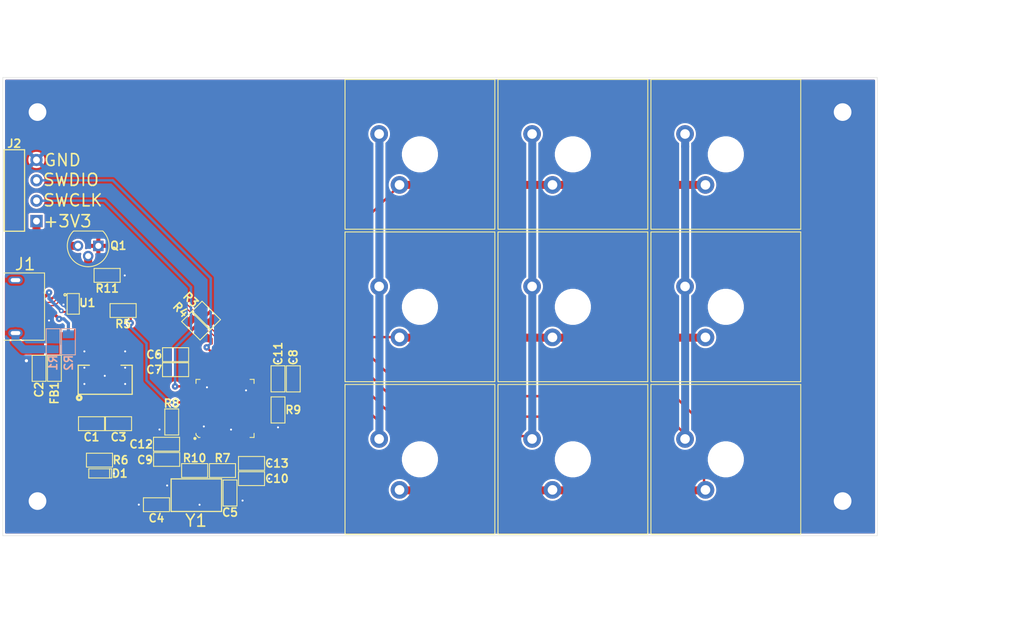
<source format=kicad_pcb>
(kicad_pcb (version 20171130) (host pcbnew "(5.1.4)-1")
  (layers (0 F.Cu signal) (31 B.Cu signal) (34 B.Paste user) (35 F.Paste user) (36 B.SilkS user) (37 F.SilkS user) (38 B.Mask user hide) (39 F.Mask user) (44 Edge.Cuts user))
  (net 0 "")
  (net 1 +5V)
  (net 2 GND)
  (net 3 /OSC_IN)
  (net 4 "Net-(C5-Pad2)")
  (net 5 "Net-(D1-Pad1)")
  (net 6 SWCLK)
  (net 7 /OSC_OUT)
  (net 8 PA8_OUT)
  (net 9 PB13_IN)
  (net 10 PB14_IN)
  (net 11 PB15_IN)
  (net 12 PA9_OUT)
  (net 13 PA10_OUT)
  (net 14 "Net-(U3-Pad1)")
  (net 15 "Net-(U3-Pad2)")
  (net 16 "Net-(U3-Pad3)")
  (net 17 "Net-(U3-Pad4)")
  (net 18 "Net-(U3-Pad7)")
  (net 19 "Net-(U3-Pad10)")
  (net 20 "Net-(U3-Pad11)")
  (net 21 "Net-(U3-Pad12)")
  (net 22 "Net-(U3-Pad13)")
  (net 23 "Net-(U3-Pad14)")
  (net 24 "Net-(U3-Pad15)")
  (net 25 "Net-(U3-Pad16)")
  (net 26 "Net-(U3-Pad17)")
  (net 27 "Net-(U3-Pad18)")
  (net 28 "Net-(U3-Pad19)")
  (net 29 "Net-(U3-Pad21)")
  (net 30 "Net-(U3-Pad22)")
  (net 31 "Net-(U3-Pad25)")
  (net 32 "Net-(U3-Pad38)")
  (net 33 "Net-(U3-Pad39)")
  (net 34 "Net-(U3-Pad40)")
  (net 35 "Net-(U3-Pad42)")
  (net 36 "Net-(U3-Pad43)")
  (net 37 "Net-(U3-Pad45)")
  (net 38 "Net-(U3-Pad46)")
  (net 39 /BOOT0)
  (net 40 /BOOT1)
  (net 41 /TVS_FB)
  (net 42 /22R_D+)
  (net 43 USBD+)
  (net 44 /22R_D-)
  (net 45 USBD-)
  (net 46 "Net-(J1-PadS1)")
  (net 47 USBDP_PUP)
  (net 48 VDDA)
  (net 49 /USB_ID)
  (net 50 SWDIO)
  (net 51 /PNP_E)
  (net 52 /PNP_B)
  (net 53 "Net-(U1-Pad7)")
  (net 54 "Net-(U1-Pad4)")
  (module Keypad:R0805 (layer F.Cu) (at 102.235 91.0844 180)
    (fp_text reference R11 (at -0.01016 -1.6256) (layer F.SilkS) (effects (font (thickness 0.2))))
    (fp_text value RC0805FR-07560RL)
    (pad 1 smd rect (at -0.9375 0 180) (size 0.975 1.4) (layers F.Cu F.Paste F.Mask) (net 2 GND))
    (pad 2 smd rect (at 0.9375 0 180) (size 0.975 1.4) (layers F.Cu F.Paste F.Mask) (net 52 /PNP_B))
  )
  (module Keypad:TO-92 (layer F.Cu) (at 99.8728 87.4014 180)
    (fp_text reference Q1 (at -3.7592 0.0254) (layer F.SilkS) (effects (font (thickness 0.2))))
    (fp_text value BC32725TA)
    (pad 2 thru_hole circle (at 0 -1.27 270) (size 1.3 1.3) (drill 0.75) (layers *.Cu *.Mask) (net 52 /PNP_B) (clearance 0.1))
    (pad 3 thru_hole circle (at 1.27 0 270) (size 1.3 1.3) (drill 0.75) (layers *.Cu *.Mask) (net 51 /PNP_E) (clearance 0.1))
    (pad 1 thru_hole rect (at -1.27 0 270) (size 1.3 1.3) (drill 0.75) (layers *.Cu *.Mask) (net 48 VDDA) (clearance 0.1))
  )
  (module Keypad:R0805 (layer F.Cu) (at 104.2289 95.4659)
    (fp_text reference R5 (at -0.00254 1.67894) (layer F.SilkS) (effects (font (thickness 0.2))))
    (fp_text value CRG0805F1K5)
    (pad 1 smd rect (at -0.9375 0) (size 0.975 1.4) (layers F.Cu F.Paste F.Mask) (net 42 /22R_D+))
    (pad 2 smd rect (at 0.9375 0) (size 0.975 1.4) (layers F.Cu F.Paste F.Mask) (net 47 USBDP_PUP))
  )
  (module Keypad:R0805 (layer B.Cu) (at 97.409 99.3648 270)
    (fp_text reference R2 (at 2.6162 -0.0254 270) (layer B.SilkS) (effects (font (thickness 0.2)) (justify mirror)))
    (fp_text value RC0805JR-070RL)
    (pad 1 smd rect (at -0.9375 0 270) (size 0.975 1.4) (layers B.Cu B.Paste B.Mask) (net 49 /USB_ID))
    (pad 2 smd rect (at 0.9375 0 270) (size 0.975 1.4) (layers B.Cu B.Paste B.Mask) (net 2 GND))
  )
  (module Keypad:R0805 (layer B.Cu) (at 95.504 99.3648 90)
    (fp_text reference R1 (at -2.6162 0 90) (layer B.SilkS) (effects (font (thickness 0.2)) (justify mirror)))
    (fp_text value RC0805JR-070RL)
    (pad 1 smd rect (at -0.9375 0 90) (size 0.975 1.4) (layers B.Cu B.Paste B.Mask) (net 46 "Net-(J1-PadS1)"))
    (pad 2 smd rect (at 0.9375 0 90) (size 0.975 1.4) (layers B.Cu B.Paste B.Mask) (net 2 GND))
  )
  (module Keypad:HDR_MALE_RA_2.54MM_1X4 (layer F.Cu) (at 93.3069 80.49514 90)
    (fp_text reference J2 (at 5.8547 -2.64414 180) (layer F.SilkS) (effects (font (thickness 0.2))))
    (fp_text value M20-9750446)
    (pad 3 thru_hole circle (at 1.27 0.127 90) (size 1.524 1.524) (drill 0.85) (layers *.Cu *.Mask) (net 50 SWDIO))
    (pad 4 thru_hole circle (at 3.81 0.127 90) (size 1.524 1.524) (drill 0.85) (layers *.Cu *.Mask) (net 2 GND))
    (pad 2 thru_hole circle (at -1.27 0.127 90) (size 1.524 1.524) (drill 0.85) (layers *.Cu *.Mask) (net 6 SWCLK))
    (pad 1 thru_hole rect (at -3.81 0.127 90) (size 1.524 1.524) (drill 0.85) (layers *.Cu *.Mask) (net 51 /PNP_E))
  )
  (module Keypad:C0805 (layer F.Cu) (at 120.2309 114.53114)
    (fp_text reference C13 (at 3.1623 -0.00254) (layer F.SilkS) (effects (font (thickness 0.2))))
    (fp_text value C2012X7R1H104K085AA)
    (pad 1 smd rect (at -0.9375 0) (size 0.975 1.4) (layers F.Cu F.Paste F.Mask) (net 48 VDDA))
    (pad 2 smd rect (at 0.9375 0) (size 0.975 1.4) (layers F.Cu F.Paste F.Mask) (net 2 GND))
  )
  (module Keypad:C0805 (layer F.Cu) (at 109.6391 112.141 180)
    (fp_text reference C12 (at 3.1623 0) (layer F.SilkS) (effects (font (thickness 0.2))))
    (fp_text value C2012X7R1H104K085AA)
    (pad 1 smd rect (at -0.9375 0 180) (size 0.975 1.4) (layers F.Cu F.Paste F.Mask) (net 48 VDDA))
    (pad 2 smd rect (at 0.9375 0 180) (size 0.975 1.4) (layers F.Cu F.Paste F.Mask) (net 2 GND))
  )
  (module Keypad:C0805 (layer F.Cu) (at 123.53036 103.98506 90)
    (fp_text reference C11 (at 3.14706 0.01524 90) (layer F.SilkS) (effects (font (thickness 0.2))))
    (fp_text value C2012X7R1H104K085AA)
    (pad 1 smd rect (at -0.9375 0 90) (size 0.975 1.4) (layers F.Cu F.Paste F.Mask) (net 48 VDDA))
    (pad 2 smd rect (at 0.9375 0 90) (size 0.975 1.4) (layers F.Cu F.Paste F.Mask) (net 2 GND))
  )
  (module Keypad:C0805 (layer F.Cu) (at 120.22836 116.4336)
    (fp_text reference C10 (at 3.16484 0) (layer F.SilkS) (effects (font (thickness 0.2))))
    (fp_text value CGA4J3X7R1E105K125AB)
    (pad 1 smd rect (at -0.9375 0) (size 0.975 1.4) (layers F.Cu F.Paste F.Mask) (net 48 VDDA))
    (pad 2 smd rect (at 0.9375 0) (size 0.975 1.4) (layers F.Cu F.Paste F.Mask) (net 2 GND))
  )
  (module Keypad:C0805 (layer F.Cu) (at 109.6518 114.03584 180)
    (fp_text reference C9 (at 2.6924 -0.06096) (layer F.SilkS) (effects (font (thickness 0.2))))
    (fp_text value CGA4J3X7R1E105K125AB)
    (pad 1 smd rect (at -0.9375 0 180) (size 0.975 1.4) (layers F.Cu F.Paste F.Mask) (net 48 VDDA))
    (pad 2 smd rect (at 0.9375 0 180) (size 0.975 1.4) (layers F.Cu F.Paste F.Mask) (net 2 GND))
  )
  (module Keypad:C0805 (layer F.Cu) (at 125.43536 103.9876 90)
    (fp_text reference C8 (at 2.6924 0 90) (layer F.SilkS) (effects (font (thickness 0.2))))
    (fp_text value CGA4J3X7R1E105K125AB)
    (pad 1 smd rect (at -0.9375 0 90) (size 0.975 1.4) (layers F.Cu F.Paste F.Mask) (net 48 VDDA))
    (pad 2 smd rect (at 0.9375 0 90) (size 0.975 1.4) (layers F.Cu F.Paste F.Mask) (net 2 GND))
  )
  (module Keypad:R0805 (layer F.Cu) (at 113.1443 115.42014)
    (fp_text reference R10 (at -0.0127 -1.55194 180) (layer F.SilkS) (effects (font (thickness 0.2))))
    (fp_text value RC0805FR-071ML)
    (pad 1 smd rect (at -0.9375 0) (size 0.975 1.4) (layers F.Cu F.Paste F.Mask) (net 3 /OSC_IN))
    (pad 2 smd rect (at 0.9375 0) (size 0.975 1.4) (layers F.Cu F.Paste F.Mask) (net 7 /OSC_OUT))
  )
  (module Keypad:C0805 (layer F.Cu) (at 110.76686 102.8446 180)
    (fp_text reference C7 (at 2.66446 0) (layer F.SilkS) (effects (font (thickness 0.2))))
    (fp_text value C2012X7R1H104K085AA)
    (pad 1 smd rect (at -0.9375 0 180) (size 0.975 1.4) (layers F.Cu F.Paste F.Mask) (net 48 VDDA))
    (pad 2 smd rect (at 0.9375 0 180) (size 0.975 1.4) (layers F.Cu F.Paste F.Mask) (net 2 GND))
  )
  (module Keypad:C0805 (layer F.Cu) (at 110.7694 100.96754 180)
    (fp_text reference C6 (at 2.667 0.00254) (layer F.SilkS) (effects (font (thickness 0.2))))
    (fp_text value CGA4J3X7R1E105K125AB)
    (pad 1 smd rect (at -0.9375 0 180) (size 0.975 1.4) (layers F.Cu F.Paste F.Mask) (net 48 VDDA))
    (pad 2 smd rect (at 0.9375 0 180) (size 0.975 1.4) (layers F.Cu F.Paste F.Mask) (net 2 GND))
  )
  (module Keypad:NX8045GB-8.000000MHZ (layer F.Cu) (at 113.3221 118.49354 180)
    (fp_text reference Y1 (at 0 -3.17246 180) (layer F.SilkS) (effects (font (size 1.5 1.5) (thickness 0.2))))
    (fp_text value ABM3B-8.000MHZ-10-D-1-G-T)
    (pad 4 smd rect (at -2.032 -1.1935 180) (size 1.8 1.2) (layers F.Cu F.Paste F.Mask) (net 2 GND))
    (pad 3 smd rect (at 1.968 -1.1935 180) (size 1.8 1.2) (layers F.Cu F.Paste F.Mask) (net 3 /OSC_IN))
    (pad 2 smd rect (at 1.968 1.2065 180) (size 1.8 1.2) (layers F.Cu F.Paste F.Mask) (net 2 GND))
    (pad 1 smd rect (at -2.032 1.2065 180) (size 1.8 1.2) (layers F.Cu F.Paste F.Mask) (net 4 "Net-(C5-Pad2)"))
  )
  (module Keypad:LQFP-48_STM32F103 (layer F.Cu) (at 116.9289 107.67314 90)
    (fp_text reference U3 hide)
    (fp_text value STM32F103C8T6TR)
    (pad 48 smd rect (at -2.75 -4.353 90) (size 0.3 2) (layers F.Cu F.Paste F.Mask) (net 48 VDDA))
    (pad 47 smd rect (at -2.25 -4.353 90) (size 0.3 2) (layers F.Cu F.Paste F.Mask) (net 2 GND))
    (pad 46 smd rect (at -1.75 -4.353 90) (size 0.3 2) (layers F.Cu F.Paste F.Mask) (net 38 "Net-(U3-Pad46)"))
    (pad 45 smd rect (at -1.25 -4.353 90) (size 0.3 2) (layers F.Cu F.Paste F.Mask) (net 37 "Net-(U3-Pad45)"))
    (pad 44 smd rect (at -0.75 -4.353 90) (size 0.3 2) (layers F.Cu F.Paste F.Mask) (net 39 /BOOT0))
    (pad 43 smd rect (at -0.25 -4.353 90) (size 0.3 2) (layers F.Cu F.Paste F.Mask) (net 36 "Net-(U3-Pad43)"))
    (pad 42 smd rect (at 0.25 -4.353 90) (size 0.3 2) (layers F.Cu F.Paste F.Mask) (net 35 "Net-(U3-Pad42)"))
    (pad 41 smd rect (at 0.75 -4.353 90) (size 0.3 2) (layers F.Cu F.Paste F.Mask) (net 47 USBDP_PUP))
    (pad 40 smd rect (at 1.25 -4.353 90) (size 0.3 2) (layers F.Cu F.Paste F.Mask) (net 34 "Net-(U3-Pad40)"))
    (pad 39 smd rect (at 1.75 -4.353 90) (size 0.3 2) (layers F.Cu F.Paste F.Mask) (net 33 "Net-(U3-Pad39)"))
    (pad 38 smd rect (at 2.25 -4.353 90) (size 0.3 2) (layers F.Cu F.Paste F.Mask) (net 32 "Net-(U3-Pad38)"))
    (pad 37 smd rect (at 2.75 -4.353 90) (size 0.3 2) (layers F.Cu F.Paste F.Mask) (net 6 SWCLK))
    (pad 36 smd rect (at 4.353 -2.75 90) (size 2 0.3) (layers F.Cu F.Paste F.Mask) (net 48 VDDA))
    (pad 35 smd rect (at 4.353 -2.25 90) (size 2 0.3) (layers F.Cu F.Paste F.Mask) (net 2 GND))
    (pad 34 smd rect (at 4.353 -1.75 90) (size 2 0.3) (layers F.Cu F.Paste F.Mask) (net 50 SWDIO))
    (pad 33 smd rect (at 4.353 -1.25 90) (size 2 0.3) (layers F.Cu F.Paste F.Mask) (net 43 USBD+))
    (pad 32 smd rect (at 4.353 -0.75 90) (size 2 0.3) (layers F.Cu F.Paste F.Mask) (net 45 USBD-))
    (pad 31 smd rect (at 4.353 -0.25 90) (size 2 0.3) (layers F.Cu F.Paste F.Mask) (net 13 PA10_OUT))
    (pad 30 smd rect (at 4.353 0.25 90) (size 2 0.3) (layers F.Cu F.Paste F.Mask) (net 12 PA9_OUT))
    (pad 29 smd rect (at 4.353 0.75 90) (size 2 0.3) (layers F.Cu F.Paste F.Mask) (net 8 PA8_OUT))
    (pad 28 smd rect (at 4.353 1.25 90) (size 2 0.3) (layers F.Cu F.Paste F.Mask) (net 11 PB15_IN))
    (pad 27 smd rect (at 4.353 1.75 90) (size 2 0.3) (layers F.Cu F.Paste F.Mask) (net 10 PB14_IN))
    (pad 26 smd rect (at 4.353 2.25 90) (size 2 0.3) (layers F.Cu F.Paste F.Mask) (net 9 PB13_IN))
    (pad 25 smd rect (at 4.353 2.75 90) (size 2 0.3) (layers F.Cu F.Paste F.Mask) (net 31 "Net-(U3-Pad25)"))
    (pad 24 smd rect (at 2.75 4.353 90) (size 0.3 2) (layers F.Cu F.Paste F.Mask) (net 48 VDDA))
    (pad 23 smd rect (at 2.25 4.353 90) (size 0.3 2) (layers F.Cu F.Paste F.Mask) (net 2 GND))
    (pad 22 smd rect (at 1.75 4.353 90) (size 0.3 2) (layers F.Cu F.Paste F.Mask) (net 30 "Net-(U3-Pad22)"))
    (pad 21 smd rect (at 1.25 4.353 90) (size 0.3 2) (layers F.Cu F.Paste F.Mask) (net 29 "Net-(U3-Pad21)"))
    (pad 20 smd rect (at 0.75 4.353 90) (size 0.3 2) (layers F.Cu F.Paste F.Mask) (net 40 /BOOT1))
    (pad 19 smd rect (at 0.25 4.353 90) (size 0.3 2) (layers F.Cu F.Paste F.Mask) (net 28 "Net-(U3-Pad19)"))
    (pad 18 smd rect (at -0.25 4.353 90) (size 0.3 2) (layers F.Cu F.Paste F.Mask) (net 27 "Net-(U3-Pad18)"))
    (pad 17 smd rect (at -0.75 4.353 90) (size 0.3 2) (layers F.Cu F.Paste F.Mask) (net 26 "Net-(U3-Pad17)"))
    (pad 16 smd rect (at -1.25 4.353 90) (size 0.3 2) (layers F.Cu F.Paste F.Mask) (net 25 "Net-(U3-Pad16)"))
    (pad 15 smd rect (at -1.75 4.353 90) (size 0.3 2) (layers F.Cu F.Paste F.Mask) (net 24 "Net-(U3-Pad15)"))
    (pad 14 smd rect (at -2.25 4.353 90) (size 0.3 2) (layers F.Cu F.Paste F.Mask) (net 23 "Net-(U3-Pad14)"))
    (pad 13 smd rect (at -2.75 4.353 90) (size 0.3 2) (layers F.Cu F.Paste F.Mask) (net 22 "Net-(U3-Pad13)"))
    (pad 12 smd rect (at -4.353 2.75 90) (size 2 0.3) (layers F.Cu F.Paste F.Mask) (net 21 "Net-(U3-Pad12)"))
    (pad 11 smd rect (at -4.353 2.25 90) (size 2 0.3) (layers F.Cu F.Paste F.Mask) (net 20 "Net-(U3-Pad11)"))
    (pad 10 smd rect (at -4.353 1.75 90) (size 2 0.3) (layers F.Cu F.Paste F.Mask) (net 19 "Net-(U3-Pad10)"))
    (pad 9 smd rect (at -4.353 1.25 90) (size 2 0.3) (layers F.Cu F.Paste F.Mask) (net 48 VDDA))
    (pad 8 smd rect (at -4.353 0.75 90) (size 2 0.3) (layers F.Cu F.Paste F.Mask) (net 2 GND))
    (pad 7 smd rect (at -4.353 0.25 90) (size 2 0.3) (layers F.Cu F.Paste F.Mask) (net 18 "Net-(U3-Pad7)"))
    (pad 6 smd rect (at -4.353 -0.25 90) (size 2 0.3) (layers F.Cu F.Paste F.Mask) (net 7 /OSC_OUT))
    (pad 5 smd rect (at -4.353 -0.75 90) (size 2 0.3) (layers F.Cu F.Paste F.Mask) (net 3 /OSC_IN))
    (pad 4 smd rect (at -4.353 -1.25 90) (size 2 0.3) (layers F.Cu F.Paste F.Mask) (net 17 "Net-(U3-Pad4)"))
    (pad 3 smd rect (at -4.353 -1.75 90) (size 2 0.3) (layers F.Cu F.Paste F.Mask) (net 16 "Net-(U3-Pad3)"))
    (pad 2 smd rect (at -4.353 -2.25 90) (size 2 0.3) (layers F.Cu F.Paste F.Mask) (net 15 "Net-(U3-Pad2)"))
    (pad 1 smd rect (at -4.353 -2.75 90) (size 2 0.3) (layers F.Cu F.Paste F.Mask) (net 14 "Net-(U3-Pad1)"))
  )
  (module Keypad:TL1963A-33DCQT (layer F.Cu) (at 101.9937 104.19334)
    (fp_text reference U2 hide)
    (fp_text value TL1963A-33DCQT)
    (pad 6 smd rect (at 0 -2.9845) (size 3.45 2.15) (layers F.Cu F.Paste F.Mask) (net 2 GND))
    (pad 5 smd rect (at 2.54 2.9591) (size 0.5588 2.0574) (layers F.Cu F.Paste F.Mask) (net 48 VDDA))
    (pad 4 smd rect (at 1.27 2.9591) (size 0.5588 2.0574) (layers F.Cu F.Paste F.Mask) (net 48 VDDA))
    (pad 3 smd rect (at 0 2.9591) (size 0.5588 2.0574) (layers F.Cu F.Paste F.Mask) (net 2 GND))
    (pad 2 smd rect (at -1.27 2.9591) (size 0.5588 2.0574) (layers F.Cu F.Paste F.Mask) (net 1 +5V))
    (pad 1 smd rect (at -2.54 2.9591) (size 0.5588 2.0574) (layers F.Cu F.Paste F.Mask) (net 1 +5V))
  )
  (module Keypad:PUSB3FR4Z (layer F.Cu) (at 98.00844 94.51848)
    (fp_text reference U1 (at 1.76276 -0.00508) (layer F.SilkS) (effects (font (thickness 0.2))))
    (fp_text value PUSB3FR4Z)
    (pad 6 smd rect (at 0.399 1.111 270) (size 0.25 0.48) (layers F.Cu F.Paste F.Mask) (net 41 /TVS_FB))
    (pad 7 smd rect (at 0.399 0.611 270) (size 0.25 0.48) (layers F.Cu F.Paste F.Mask) (net 53 "Net-(U1-Pad7)"))
    (pad 8 smd rect (at 0.399 0.111 270) (size 0.25 0.48) (layers F.Cu F.Paste F.Mask) (net 2 GND))
    (pad 9 smd rect (at 0.399 -0.389 270) (size 0.25 0.48) (layers F.Cu F.Paste F.Mask) (net 42 /22R_D+))
    (pad 10 smd rect (at 0.399 -0.889 270) (size 0.25 0.48) (layers F.Cu F.Paste F.Mask) (net 44 /22R_D-))
    (pad 5 smd rect (at -0.381 1.111 270) (size 0.25 0.48) (layers F.Cu F.Paste F.Mask) (net 41 /TVS_FB))
    (pad 4 smd rect (at -0.381 0.611 270) (size 0.25 0.48) (layers F.Cu F.Paste F.Mask) (net 54 "Net-(U1-Pad4)"))
    (pad 3 smd rect (at -0.381 0.111 270) (size 0.25 0.48) (layers F.Cu F.Paste F.Mask) (net 2 GND))
    (pad 2 smd rect (at -0.381 -0.389 270) (size 0.25 0.48) (layers F.Cu F.Paste F.Mask) (net 42 /22R_D+))
    (pad 1 smd rect (at -0.381 -0.889 270) (size 0.25 0.48) (layers F.Cu F.Paste F.Mask) (net 44 /22R_D-))
  )
  (module Keypad:SW_CherryMX_1U (layer F.Cu) (at 179.1462 75.92314 90)
    (fp_text reference SW9 hide)
    (fp_text value MX1A-11NN)
    (pad "" np_thru_hole circle (at -0.0635 0.1905 90) (size 4 4) (drill 4) (layers *.Cu *.Mask))
    (pad 2 thru_hole circle (at -3.8735 -2.3495 90) (size 2.2 2.2) (drill 1.2) (layers *.Cu *.Mask) (net 13 PA10_OUT) (clearance 0.25))
    (pad 1 thru_hole circle (at 2.4765 -4.8895 90) (size 2.2 2.2) (drill 1.2) (layers *.Cu *.Mask) (net 11 PB15_IN) (clearance 0.25))
  )
  (module Keypad:SW_CherryMX_1U (layer F.Cu) (at 160.08604 75.92314 90)
    (fp_text reference SW8 hide)
    (fp_text value MX1A-11NN)
    (pad "" np_thru_hole circle (at -0.0635 0.1905 90) (size 4 4) (drill 4) (layers *.Cu *.Mask))
    (pad 2 thru_hole circle (at -3.8735 -2.3495 90) (size 2.2 2.2) (drill 1.2) (layers *.Cu *.Mask) (net 13 PA10_OUT) (clearance 0.25))
    (pad 1 thru_hole circle (at 2.4765 -4.8895 90) (size 2.2 2.2) (drill 1.2) (layers *.Cu *.Mask) (net 10 PB14_IN) (clearance 0.25))
  )
  (module Keypad:SW_CherryMX_1U (layer F.Cu) (at 141.02588 75.92314 90)
    (fp_text reference SW7 hide)
    (fp_text value MX1A-11NN)
    (pad "" np_thru_hole circle (at -0.0635 0.1905 90) (size 4 4) (drill 4) (layers *.Cu *.Mask))
    (pad 2 thru_hole circle (at -3.8735 -2.3495 90) (size 2.2 2.2) (drill 1.2) (layers *.Cu *.Mask) (net 13 PA10_OUT) (clearance 0.25))
    (pad 1 thru_hole circle (at 2.4765 -4.8895 90) (size 2.2 2.2) (drill 1.2) (layers *.Cu *.Mask) (net 9 PB13_IN) (clearance 0.25))
  )
  (module Keypad:SW_CherryMX_1U (layer F.Cu) (at 179.1462 94.94012 90)
    (fp_text reference SW6 hide)
    (fp_text value MX1A-11NN)
    (pad "" np_thru_hole circle (at -0.0635 0.1905 90) (size 4 4) (drill 4) (layers *.Cu *.Mask))
    (pad 2 thru_hole circle (at -3.8735 -2.3495 90) (size 2.2 2.2) (drill 1.2) (layers *.Cu *.Mask) (net 12 PA9_OUT) (clearance 0.25))
    (pad 1 thru_hole circle (at 2.4765 -4.8895 90) (size 2.2 2.2) (drill 1.2) (layers *.Cu *.Mask) (net 11 PB15_IN) (clearance 0.25))
  )
  (module Keypad:SW_CherryMX_1U (layer F.Cu) (at 160.08604 94.94012 90)
    (fp_text reference SW5 hide)
    (fp_text value MX1A-11NN)
    (pad "" np_thru_hole circle (at -0.0635 0.1905 90) (size 4 4) (drill 4) (layers *.Cu *.Mask))
    (pad 2 thru_hole circle (at -3.8735 -2.3495 90) (size 2.2 2.2) (drill 1.2) (layers *.Cu *.Mask) (net 12 PA9_OUT) (clearance 0.25))
    (pad 1 thru_hole circle (at 2.4765 -4.8895 90) (size 2.2 2.2) (drill 1.2) (layers *.Cu *.Mask) (net 10 PB14_IN) (clearance 0.25))
  )
  (module Keypad:SW_CherryMX_1U (layer F.Cu) (at 141.02588 94.94012 90)
    (fp_text reference SW4 hide)
    (fp_text value MX1A-11NN)
    (pad "" np_thru_hole circle (at -0.0635 0.1905 90) (size 4 4) (drill 4) (layers *.Cu *.Mask))
    (pad 2 thru_hole circle (at -3.8735 -2.3495 90) (size 2.2 2.2) (drill 1.2) (layers *.Cu *.Mask) (net 12 PA9_OUT) (clearance 0.25))
    (pad 1 thru_hole circle (at 2.4765 -4.8895 90) (size 2.2 2.2) (drill 1.2) (layers *.Cu *.Mask) (net 9 PB13_IN) (clearance 0.25))
  )
  (module Keypad:SW_CherryMX_1U (layer F.Cu) (at 179.1462 113.95964 90)
    (fp_text reference SW3 hide)
    (fp_text value MX1A-11NN)
    (pad "" np_thru_hole circle (at -0.0635 0.1905 90) (size 4 4) (drill 4) (layers *.Cu *.Mask))
    (pad 2 thru_hole circle (at -3.8735 -2.3495 90) (size 2.2 2.2) (drill 1.2) (layers *.Cu *.Mask) (net 8 PA8_OUT) (clearance 0.25))
    (pad 1 thru_hole circle (at 2.4765 -4.8895 90) (size 2.2 2.2) (drill 1.2) (layers *.Cu *.Mask) (net 11 PB15_IN) (clearance 0.25))
  )
  (module Keypad:SW_CherryMX_1U (layer F.Cu) (at 160.08604 113.95964 90)
    (fp_text reference SW2 hide)
    (fp_text value MX1A-11NN)
    (pad "" np_thru_hole circle (at -0.0635 0.1905 90) (size 4 4) (drill 4) (layers *.Cu *.Mask))
    (pad 2 thru_hole circle (at -3.8735 -2.3495 90) (size 2.2 2.2) (drill 1.2) (layers *.Cu *.Mask) (net 8 PA8_OUT) (clearance 0.25))
    (pad 1 thru_hole circle (at 2.4765 -4.8895 90) (size 2.2 2.2) (drill 1.2) (layers *.Cu *.Mask) (net 10 PB14_IN) (clearance 0.25))
  )
  (module Keypad:SW_CherryMX_1U (layer F.Cu) (at 141.02588 113.95964 90)
    (fp_text reference SW1 hide)
    (fp_text value MX1A-11NN)
    (pad "" np_thru_hole circle (at -0.0635 0.1905 90) (size 4 4) (drill 4) (layers *.Cu *.Mask))
    (pad 2 thru_hole circle (at -3.8735 -2.3495 90) (size 2.2 2.2) (drill 1.2) (layers *.Cu *.Mask) (net 8 PA8_OUT) (clearance 0.25))
    (pad 1 thru_hole circle (at 2.4765 -4.8895 90) (size 2.2 2.2) (drill 1.2) (layers *.Cu *.Mask) (net 9 PB13_IN) (clearance 0.25))
  )
  (module Keypad:R0805 (layer F.Cu) (at 123.5329 107.86364 90)
    (fp_text reference R9 (at 0.00254 1.8923 180) (layer F.SilkS) (effects (font (thickness 0.2))))
    (fp_text value RC0805FR-0710KL)
    (pad 1 smd rect (at -0.9375 0 90) (size 0.975 1.4) (layers F.Cu F.Paste F.Mask) (net 2 GND))
    (pad 2 smd rect (at 0.9375 0 90) (size 0.975 1.4) (layers F.Cu F.Paste F.Mask) (net 40 /BOOT1))
  )
  (module Keypad:R0805 (layer F.Cu) (at 110.2868 109.36224 90)
    (fp_text reference R8 (at 2.30124 -0.0127) (layer F.SilkS) (effects (font (thickness 0.2))))
    (fp_text value RC0805FR-0710KL)
    (pad 1 smd rect (at -0.9375 0 90) (size 0.975 1.4) (layers F.Cu F.Paste F.Mask) (net 2 GND))
    (pad 2 smd rect (at 0.9375 0 90) (size 0.975 1.4) (layers F.Cu F.Paste F.Mask) (net 39 /BOOT0))
  )
  (module Keypad:R0805 (layer F.Cu) (at 116.6114 115.42014 180)
    (fp_text reference R7 (at 0 1.55194) (layer F.SilkS) (effects (font (thickness 0.2))))
    (fp_text value RC0805JR-070RL)
    (pad 1 smd rect (at -0.9375 0 180) (size 0.975 1.4) (layers F.Cu F.Paste F.Mask) (net 4 "Net-(C5-Pad2)"))
    (pad 2 smd rect (at 0.9375 0 180) (size 0.975 1.4) (layers F.Cu F.Paste F.Mask) (net 7 /OSC_OUT))
  )
  (module Keypad:R0805 (layer F.Cu) (at 101.2825 114.12474 180)
    (fp_text reference R6 (at -2.6289 0.00254) (layer F.SilkS) (effects (font (thickness 0.2))))
    (fp_text value RC0805FR-07560RL)
    (pad 1 smd rect (at -0.9375 0 180) (size 0.975 1.4) (layers F.Cu F.Paste F.Mask) (net 48 VDDA))
    (pad 2 smd rect (at 0.9375 0 180) (size 0.975 1.4) (layers F.Cu F.Paste F.Mask) (net 5 "Net-(D1-Pad1)"))
  )
  (module Keypad:R0805 (layer F.Cu) (at 113.284 97.3836 315)
    (fp_text reference R4 (at -2.765919 -0.071842 135) (layer F.SilkS) (effects (font (thickness 0.2))))
    (fp_text value AC0805FR-0722RL)
    (pad 1 smd rect (at -0.9375 0 315) (size 0.975 1.4) (layers F.Cu F.Paste F.Mask) (net 42 /22R_D+))
    (pad 2 smd rect (at 0.9375 0 315) (size 0.975 1.4) (layers F.Cu F.Paste F.Mask) (net 43 USBD+))
  )
  (module Keypad:R0805 (layer F.Cu) (at 114.6048 96.0628 315)
    (fp_text reference R3 (at -2.765919 0 135) (layer F.SilkS) (effects (font (thickness 0.2))))
    (fp_text value AC0805FR-0722RL)
    (pad 1 smd rect (at -0.9375 0 315) (size 0.975 1.4) (layers F.Cu F.Paste F.Mask) (net 44 /22R_D-))
    (pad 2 smd rect (at 0.9375 0 315) (size 0.975 1.4) (layers F.Cu F.Paste F.Mask) (net 45 USBD-))
  )
  (module Keypad:MountingHole_2.2MM_M2_PAD (layer F.Cu) (at 93.5609 70.71614)
    (fp_text reference H4 hide)
    (fp_text value MOUNTING_HOLE_2.2MM_M2)
    (pad 1 thru_hole circle (at 0 0) (size 7 7) (drill 2.2) (layers *.Cu *.Mask) (net 2 GND) (clearance 0.25))
  )
  (module Keypad:MountingHole_2.2MM_M2_PAD (layer F.Cu) (at 93.5609 119.23014)
    (fp_text reference H3 hide)
    (fp_text value MOUNTING_HOLE_2.2MM_M2)
    (pad 1 thru_hole circle (at 0 0) (size 7 7) (drill 2.2) (layers *.Cu *.Mask) (net 2 GND) (clearance 0.25))
  )
  (module Keypad:MountingHole_2.2MM_M2_PAD (layer F.Cu) (at 193.8909 119.23014)
    (fp_text reference H2 hide)
    (fp_text value MOUNTING_HOLE_2.2MM_M2)
    (pad 1 thru_hole circle (at 0 0) (size 7 7) (drill 2.2) (layers *.Cu *.Mask) (net 2 GND) (clearance 0.25))
  )
  (module Keypad:MountingHole_2.2MM_M2_PAD (layer F.Cu) (at 193.8909 70.71614)
    (fp_text reference H1 hide)
    (fp_text value MOUNTING_HOLE_2.2MM_M2)
    (pad 1 thru_hole circle (at 0 0) (size 7 7) (drill 2.2) (layers *.Cu *.Mask) (net 2 GND) (clearance 0.25))
  )
  (module Keypad:C0805 (layer F.Cu) (at 95.66402 102.6668 270)
    (fp_text reference FB1 (at 3.0988 -0.00508 90) (layer F.SilkS) (effects (font (thickness 0.2))))
    (fp_text value MPZ2012S601AT000)
    (pad 1 smd rect (at -0.9375 0 270) (size 0.975 1.4) (layers F.Cu F.Paste F.Mask) (net 41 /TVS_FB))
    (pad 2 smd rect (at 0.9375 0 270) (size 0.975 1.4) (layers F.Cu F.Paste F.Mask) (net 1 +5V))
  )
  (module "Keypad:LG L29K-F2J1-24-Z" (layer F.Cu) (at 101.2825 115.77574)
    (fp_text reference D1 (at 2.5273 0.00762) (layer F.SilkS) (effects (font (thickness 0.2))))
    (fp_text value L29K-F2J1-24-Z)
    (pad 2 smd rect (at 0.6985 0) (size 0.8 0.8) (layers F.Cu F.Paste F.Mask) (net 2 GND))
    (pad 1 smd rect (at -0.762 0) (size 0.8 0.8) (layers F.Cu F.Paste F.Mask) (net 5 "Net-(D1-Pad1)"))
  )
  (module Keypad:C0805 (layer F.Cu) (at 117.5512 118.22176 90)
    (fp_text reference C5 (at -2.42824 0 180) (layer F.SilkS) (effects (font (thickness 0.2))))
    (fp_text value C0805C100J3GAC7800)
    (pad 1 smd rect (at -0.9375 0 90) (size 0.975 1.4) (layers F.Cu F.Paste F.Mask) (net 2 GND))
    (pad 2 smd rect (at 0.9375 0 90) (size 0.975 1.4) (layers F.Cu F.Paste F.Mask) (net 4 "Net-(C5-Pad2)"))
  )
  (module Keypad:C0805 (layer F.Cu) (at 108.38434 119.6848)
    (fp_text reference C4 (at -0.00254 1.6764) (layer F.SilkS) (effects (font (thickness 0.2))))
    (fp_text value C0805C100J3GAC7800)
    (pad 1 smd rect (at -0.9375 0) (size 0.975 1.4) (layers F.Cu F.Paste F.Mask) (net 2 GND))
    (pad 2 smd rect (at 0.9375 0) (size 0.975 1.4) (layers F.Cu F.Paste F.Mask) (net 3 /OSC_IN))
  )
  (module Keypad:C0805 (layer F.Cu) (at 103.6574 109.57814)
    (fp_text reference C3 (at 0 1.67386 180) (layer F.SilkS) (effects (font (thickness 0.2))))
    (fp_text value CGA4J1X5R1C106M125AC)
    (pad 1 smd rect (at -0.9375 0) (size 0.975 1.4) (layers F.Cu F.Paste F.Mask) (net 2 GND))
    (pad 2 smd rect (at 0.9375 0) (size 0.975 1.4) (layers F.Cu F.Paste F.Mask) (net 48 VDDA))
  )
  (module Keypad:C0805 (layer F.Cu) (at 93.75902 102.6668 90)
    (fp_text reference C2 (at -2.667 -0.00762 90) (layer F.SilkS) (effects (font (thickness 0.2))))
    (fp_text value CGA4J3X7R1E105K125AB)
    (pad 1 smd rect (at -0.9375 0 90) (size 0.975 1.4) (layers F.Cu F.Paste F.Mask) (net 1 +5V))
    (pad 2 smd rect (at 0.9375 0 90) (size 0.975 1.4) (layers F.Cu F.Paste F.Mask) (net 2 GND))
  )
  (module Keypad:C0805 (layer F.Cu) (at 100.2919 109.57814)
    (fp_text reference C1 (at 0 1.67386 180) (layer F.SilkS) (effects (font (thickness 0.2))))
    (fp_text value CGA4J1X5R1C106M125AC)
    (pad 1 smd rect (at -0.9375 0) (size 0.975 1.4) (layers F.Cu F.Paste F.Mask) (net 1 +5V))
    (pad 2 smd rect (at 0.9375 0) (size 0.975 1.4) (layers F.Cu F.Paste F.Mask) (net 2 GND))
  )
  (module Keypad:FCI_10118193-0001LF (layer F.Cu) (at 90.8177 94.97314 270)
    (fp_text reference J1 (at -5.29082 -1.20142 180) (layer F.SilkS) (effects (font (size 1.5 1.5) (thickness 0.2))))
    (fp_text value 10118193-0001LF)
    (pad 1 smd rect (at -1.3 -2.675 270) (size 0.4 1.35) (layers F.Cu F.Paste F.Mask) (net 41 /TVS_FB))
    (pad 2 smd rect (at -0.65 -2.675 270) (size 0.4 1.35) (layers F.Cu F.Paste F.Mask) (net 44 /22R_D-))
    (pad 3 smd rect (at 0 -2.675 270) (size 0.4 1.35) (layers F.Cu F.Paste F.Mask) (net 42 /22R_D+))
    (pad 4 smd rect (at 0.65 -2.675 270) (size 0.4 1.35) (layers F.Cu F.Paste F.Mask) (net 49 /USB_ID))
    (pad 5 smd rect (at 1.3 -2.675 270) (size 0.4 1.35) (layers F.Cu F.Paste F.Mask) (net 2 GND))
    (pad S1 smd rect (at -3.2 -2.45 270) (size 1.6 1.4) (layers F.Cu F.Paste F.Mask) (net 46 "Net-(J1-PadS1)"))
    (pad S2 smd rect (at 3.2 -2.45 270) (size 1.6 1.4) (layers F.Cu F.Paste F.Mask) (net 46 "Net-(J1-PadS1)"))
    (pad S4 smd rect (at -1.2 0 270) (size 1.9 1.9) (layers F.Cu F.Paste F.Mask) (net 46 "Net-(J1-PadS1)"))
    (pad S3 smd rect (at 1.2 0 270) (size 1.9 1.9) (layers F.Cu F.Paste F.Mask) (net 46 "Net-(J1-PadS1)"))
    (pad S5 thru_hole oval (at -3.3 0 270) (size 0.9 1.8) (drill oval 0.5 1.2) (layers *.Cu *.Mask) (net 46 "Net-(J1-PadS1)"))
    (pad S6 thru_hole oval (at 3.3 0 270) (size 0.9 1.8) (drill oval 0.5 1.2) (layers *.Cu *.Mask) (net 46 "Net-(J1-PadS1)"))
  )
  (gr_text +3V3 (at 97.3074 84.328) (layer F.SilkS) (effects (font (size 1.5 1.5) (thickness 0.2))))
  (gr_text SWCLK (at 97.9678 81.7245) (layer F.SilkS) (effects (font (size 1.5 1.5) (thickness 0.2))))
  (gr_text SWDIO (at 97.7392 79.1718) (layer F.SilkS) (effects (font (size 1.5 1.5) (thickness 0.2))))
  (gr_text GND (at 96.6724 76.708) (layer F.SilkS) (effects (font (size 1.5 1.5) (thickness 0.2))))
  (gr_line (start 198.2089 66.39814) (end 198.2089 123.54814) (layer Edge.Cuts) (width 0.05))
  (gr_line (start 89.2429 66.39814) (end 198.2089 66.39814) (layer Edge.Cuts) (width 0.05))
  (gr_line (start 89.2429 123.54814) (end 89.2429 66.39814) (layer Edge.Cuts) (width 0.05))
  (gr_line (start 198.2089 123.54814) (end 89.2429 123.54814) (layer Edge.Cuts) (width 0.05))
  (via (at 104.42956 91.09202) (size 0.8) (drill 0.25) (layers F.Cu B.Cu) (net 2))
  (segment (start 103.19536 91.09202) (end 104.42956 91.09202) (width 1) (layer F.Cu) (net 2))
  (segment (start 123.52782 103.02724) (end 123.52782 101.79304) (width 1) (layer F.Cu) (net 2))
  (via (at 123.52782 101.79304) (size 0.8) (drill 0.25) (layers F.Cu B.Cu) (net 2))
  (segment (start 125.43282 103.02724) (end 125.43282 101.79304) (width 1) (layer F.Cu) (net 2))
  (via (at 125.43282 101.79304) (size 0.8) (drill 0.25) (layers F.Cu B.Cu) (net 2))
  (via (at 113.7539 119.68734) (size 0.8) (drill 0.25) (layers F.Cu B.Cu) (net 2))
  (segment (start 114.9881 119.68734) (end 113.7539 119.68734) (width 1) (layer F.Cu) (net 2))
  (via (at 109.7153 117.28704) (size 0.8) (drill 0.25) (layers F.Cu B.Cu) (net 2))
  (segment (start 110.9495 117.28704) (end 109.7153 117.28704) (width 1) (layer F.Cu) (net 2))
  (via (at 108.5723 102.83444) (size 0.8) (drill 0.25) (layers F.Cu B.Cu) (net 2))
  (segment (start 109.8065 102.83444) (end 108.5723 102.83444) (width 1) (layer F.Cu) (net 2))
  (via (at 108.5723 100.95484) (size 0.8) (drill 0.25) (layers F.Cu B.Cu) (net 2))
  (segment (start 109.8065 100.95484) (end 108.5723 100.95484) (width 1) (layer F.Cu) (net 2))
  (via (at 108.7628 110.30204) (size 0.8) (drill 0.25) (layers F.Cu B.Cu) (net 2))
  (segment (start 108.76304 110.30228) (end 108.7628 110.30204) (width 0.75) (layer F.Cu) (net 2))
  (segment (start 110.23854 110.30228) (end 108.76304 110.30228) (width 0.75) (layer F.Cu) (net 2))
  (via (at 107.442 112.14354) (size 0.8) (drill 0.25) (layers F.Cu B.Cu) (net 2))
  (segment (start 108.6762 112.14354) (end 107.442 112.14354) (width 1) (layer F.Cu) (net 2))
  (via (at 107.442 114.03584) (size 0.8) (drill 0.25) (layers F.Cu B.Cu) (net 2))
  (segment (start 108.6762 114.03584) (end 107.442 114.03584) (width 1) (layer F.Cu) (net 2))
  (via (at 106.1847 119.67464) (size 0.8) (drill 0.25) (layers F.Cu B.Cu) (net 2))
  (segment (start 107.4189 119.67464) (end 106.1847 119.67464) (width 1) (layer F.Cu) (net 2))
  (via (at 117.6782 110.31474) (size 0.8) (drill 0.25) (layers F.Cu B.Cu) (net 2))
  (segment (start 117.6789 110.39164) (end 117.6655 110.37824) (width 0.25) (layer F.Cu) (net 2))
  (via (at 123.5329 110.03534) (size 0.8) (drill 0.25) (layers F.Cu B.Cu) (net 2))
  (segment (start 123.5329 108.80114) (end 123.5329 110.03534) (width 1) (layer F.Cu) (net 2))
  (via (at 103.08336 115.77828) (size 0.8) (drill 0.25) (layers F.Cu B.Cu) (net 2))
  (segment (start 101.96576 115.77828) (end 103.08336 115.77828) (width 0.75) (layer F.Cu) (net 2))
  (via (at 99.4029 100.56114) (size 0.8) (drill 0.25) (layers F.Cu B.Cu) (net 2))
  (via (at 99.4029 102.59314) (size 0.8) (drill 0.25) (layers F.Cu B.Cu) (net 2))
  (via (at 104.4829 100.56114) (size 0.8) (drill 0.25) (layers F.Cu B.Cu) (net 2))
  (via (at 104.4829 102.59314) (size 0.8) (drill 0.25) (layers F.Cu B.Cu) (net 2))
  (via (at 101.9429 103.60914) (size 0.8) (drill 0.25) (layers F.Cu B.Cu) (net 2))
  (via (at 99.4029 104.62514) (size 0.8) (drill 0.25) (layers F.Cu B.Cu) (net 2))
  (via (at 104.4829 104.62514) (size 0.8) (drill 0.25) (layers F.Cu B.Cu) (net 2))
  (via (at 119.1133 119.16664) (size 0.8) (drill 0.25) (layers F.Cu B.Cu) (net 2))
  (segment (start 117.8791 119.16664) (end 119.1133 119.16664) (width 0.75) (layer F.Cu) (net 2))
  (via (at 122.428 114.53114) (size 0.8) (drill 0.25) (layers F.Cu B.Cu) (net 2))
  (segment (start 121.1938 114.53114) (end 122.428 114.53114) (width 1) (layer F.Cu) (net 2))
  (via (at 122.428 116.43614) (size 0.8) (drill 0.25) (layers F.Cu B.Cu) (net 2))
  (segment (start 121.1938 116.43614) (end 122.428 116.43614) (width 1) (layer F.Cu) (net 2))
  (segment (start 99.39806 100.5563) (end 99.4029 100.56114) (width 0.75) (layer B.Cu) (net 2))
  (segment (start 99.14406 100.3023) (end 99.4029 100.56114) (width 0.75) (layer B.Cu) (net 2))
  (segment (start 97.409 100.3023) (end 99.14406 100.3023) (width 0.75) (layer B.Cu) (net 2))
  (segment (start 114.6789 103.32014) (end 114.6789 105.04214) (width 0.3) (layer F.Cu) (net 2))
  (segment (start 114.6789 105.04214) (end 114.6789 105.04214) (width 0.3) (layer F.Cu) (net 2))
  (via (at 114.6789 105.04214) (size 0.8) (drill 0.25) (layers F.Cu B.Cu) (net 2))
  (segment (start 121.2819 105.42314) (end 119.5472 105.42314) (width 0.3) (layer F.Cu) (net 2))
  (segment (start 119.5472 105.42314) (end 119.5472 105.42314) (width 0.3) (layer F.Cu) (net 2))
  (via (at 119.5472 105.42314) (size 0.8) (drill 0.25) (layers F.Cu B.Cu) (net 2))
  (segment (start 117.6789 110.31544) (end 117.6782 110.31474) (width 0.3) (layer F.Cu) (net 2))
  (segment (start 117.6789 112.02614) (end 117.6789 110.31544) (width 0.3) (layer F.Cu) (net 2))
  (segment (start 112.5759 109.92314) (end 114.28774 109.92314) (width 0.3) (layer F.Cu) (net 2))
  (segment (start 114.28774 109.92314) (end 114.28774 109.92314) (width 0.3) (layer F.Cu) (net 2))
  (via (at 114.28774 109.92314) (size 0.8) (drill 0.25) (layers F.Cu B.Cu) (net 2))
  (via (at 92.1766 101.727) (size 0.8) (drill 0.4) (layers F.Cu B.Cu) (net 2))
  (segment (start 93.75902 101.7293) (end 92.1789 101.7293) (width 1) (layer F.Cu) (net 2))
  (segment (start 92.1789 101.7293) (end 92.1766 101.727) (width 1) (layer F.Cu) (net 2))
  (segment (start 97.62744 94.62948) (end 98.40744 94.62948) (width 0.25) (layer F.Cu) (net 2))
  (via (at 99.314 94.8944) (size 0.6) (drill 0.25) (layers F.Cu B.Cu) (net 2))
  (segment (start 98.40744 94.62948) (end 99.04908 94.62948) (width 0.25) (layer F.Cu) (net 2))
  (segment (start 99.04908 94.62948) (end 99.314 94.8944) (width 0.25) (layer F.Cu) (net 2))
  (via (at 96.799159 94.722353) (size 0.6) (drill 0.25) (layers F.Cu B.Cu) (net 2))
  (segment (start 97.62744 94.62948) (end 96.892032 94.62948) (width 0.25) (layer F.Cu) (net 2))
  (segment (start 96.892032 94.62948) (end 96.799159 94.722353) (width 0.25) (layer F.Cu) (net 2))
  (via (at 94.996 96.7105) (size 0.8) (drill 0.25) (layers F.Cu B.Cu) (net 2))
  (segment (start 93.4927 96.27314) (end 94.55864 96.27314) (width 0.4) (layer F.Cu) (net 2))
  (segment (start 94.55864 96.27314) (end 94.996 96.7105) (width 0.4) (layer F.Cu) (net 2))
  (segment (start 111.35186 119.6848) (end 111.3541 119.68704) (width 0.3) (layer F.Cu) (net 3))
  (segment (start 109.32184 119.6848) (end 111.35186 119.6848) (width 1) (layer F.Cu) (net 3))
  (segment (start 112.2068 115.63264) (end 112.2068 115.42014) (width 0.3) (layer F.Cu) (net 3))
  (segment (start 112.9443 116.37014) (end 112.2068 115.63264) (width 0.3) (layer F.Cu) (net 3))
  (segment (start 112.9443 119.3302) (end 112.9443 116.37014) (width 0.3) (layer F.Cu) (net 3))
  (segment (start 112.58746 119.68704) (end 112.9443 119.3302) (width 0.3) (layer F.Cu) (net 3))
  (segment (start 111.3541 119.68704) (end 112.58746 119.68704) (width 0.3) (layer F.Cu) (net 3))
  (segment (start 115.3938 114.06124) (end 116.1789 113.27614) (width 0.3) (layer F.Cu) (net 3))
  (segment (start 112.6157 114.06124) (end 115.3938 114.06124) (width 0.3) (layer F.Cu) (net 3))
  (segment (start 112.2068 115.42014) (end 112.2068 114.47014) (width 0.3) (layer F.Cu) (net 3))
  (segment (start 112.2068 114.47014) (end 112.6157 114.06124) (width 0.3) (layer F.Cu) (net 3))
  (segment (start 116.1789 113.25802) (end 116.16984 113.26708) (width 0.3) (layer F.Cu) (net 3))
  (segment (start 116.1789 112.02614) (end 116.1789 113.25802) (width 0.3) (layer F.Cu) (net 3))
  (segment (start 115.35688 117.28426) (end 115.3541 117.28704) (width 0.3) (layer F.Cu) (net 4))
  (segment (start 117.5512 117.28426) (end 115.35688 117.28426) (width 1) (layer F.Cu) (net 4))
  (segment (start 117.5512 115.42244) (end 117.5489 115.42014) (width 0.3) (layer F.Cu) (net 4))
  (segment (start 117.5512 117.28426) (end 117.5512 115.42244) (width 1) (layer F.Cu) (net 4))
  (segment (start 100.345 114.96778) (end 100.345 114.12474) (width 0.3) (layer F.Cu) (net 5))
  (segment (start 100.5205 115.77574) (end 100.5205 115.14328) (width 0.3) (layer F.Cu) (net 5))
  (segment (start 100.5205 115.14328) (end 100.345 114.96778) (width 0.3) (layer F.Cu) (net 5))
  (via (at 110.7059 104.92994) (size 0.8) (drill 0.25) (layers F.Cu B.Cu) (net 6))
  (segment (start 110.6297 104.85374) (end 110.7059 104.92994) (width 0.3) (layer B.Cu) (net 6))
  (segment (start 112.5691 104.92994) (end 112.5759 104.92314) (width 0.3) (layer F.Cu) (net 6))
  (segment (start 110.7127 104.92314) (end 110.7059 104.92994) (width 0.3) (layer F.Cu) (net 6))
  (segment (start 112.5759 104.92314) (end 110.7127 104.92314) (width 0.3) (layer F.Cu) (net 6))
  (segment (start 110.7059 100.07854) (end 110.7059 104.92994) (width 0.3) (layer B.Cu) (net 6))
  (segment (start 112.6871 98.09734) (end 110.7059 100.07854) (width 0.3) (layer B.Cu) (net 6))
  (segment (start 112.6871 92.5449) (end 112.6871 98.09734) (width 0.3) (layer B.Cu) (net 6))
  (segment (start 93.4339 81.76514) (end 101.90734 81.76514) (width 0.3) (layer B.Cu) (net 6))
  (segment (start 101.90734 81.76514) (end 112.6871 92.5449) (width 0.3) (layer B.Cu) (net 6))
  (segment (start 115.6739 115.42014) (end 114.0818 115.42014) (width 1) (layer F.Cu) (net 7))
  (segment (start 116.6789 113.27614) (end 116.6789 112.02614) (width 0.3) (layer F.Cu) (net 7))
  (segment (start 116.6789 113.46514) (end 116.6789 113.27614) (width 0.3) (layer F.Cu) (net 7))
  (segment (start 115.6739 114.47014) (end 116.6789 113.46514) (width 0.3) (layer F.Cu) (net 7))
  (segment (start 115.6739 115.42014) (end 115.6739 114.47014) (width 0.3) (layer F.Cu) (net 7))
  (segment (start 138.7094 117.89664) (end 176.8094 117.89664) (width 1) (layer F.Cu) (net 8))
  (segment (start 176.6189 117.70614) (end 176.6189 109.7915) (width 0.3) (layer F.Cu) (net 8))
  (segment (start 176.8094 117.89664) (end 176.6189 117.70614) (width 0.3) (layer F.Cu) (net 8))
  (segment (start 176.6189 109.7915) (end 172.97654 106.14914) (width 0.3) (layer F.Cu) (net 8))
  (segment (start 117.6789 99.04914) (end 117.6789 103.32014) (width 0.3) (layer F.Cu) (net 8))
  (segment (start 120.11914 96.6089) (end 117.6789 99.04914) (width 0.3) (layer F.Cu) (net 8))
  (segment (start 172.97654 106.14914) (end 140.0429 106.14914) (width 0.3) (layer F.Cu) (net 8))
  (segment (start 140.0429 106.14914) (end 130.50266 96.6089) (width 0.3) (layer F.Cu) (net 8))
  (segment (start 130.50266 96.6089) (end 120.11914 96.6089) (width 0.3) (layer F.Cu) (net 8))
  (segment (start 136.1694 75.002274) (end 136.1694 111.54664) (width 1) (layer B.Cu) (net 9))
  (segment (start 136.1694 73.44664) (end 136.1694 75.002274) (width 1) (layer B.Cu) (net 9))
  (segment (start 119.1789 101.35914) (end 119.1789 103.32014) (width 0.3) (layer F.Cu) (net 9))
  (segment (start 120.7389 99.79914) (end 119.1789 101.35914) (width 0.3) (layer F.Cu) (net 9))
  (segment (start 126.5809 99.79914) (end 120.7389 99.79914) (width 0.3) (layer F.Cu) (net 9))
  (segment (start 136.2329 109.45114) (end 126.5809 99.79914) (width 0.3) (layer F.Cu) (net 9))
  (segment (start 136.1694 111.54664) (end 136.2329 111.48314) (width 0.3) (layer F.Cu) (net 9))
  (segment (start 136.2329 111.48314) (end 136.2329 109.45114) (width 0.3) (layer F.Cu) (net 9))
  (segment (start 155.2194 73.44664) (end 155.2194 111.54664) (width 1) (layer B.Cu) (net 10))
  (segment (start 118.6789 100.58914) (end 118.6789 103.32014) (width 0.3) (layer F.Cu) (net 10))
  (segment (start 120.62714 98.6409) (end 118.6789 100.58914) (width 0.3) (layer F.Cu) (net 10))
  (segment (start 127.8128 98.6409) (end 120.62714 98.6409) (width 0.3) (layer F.Cu) (net 10))
  (segment (start 140.2969 111.125) (end 127.8128 98.6409) (width 0.3) (layer F.Cu) (net 10))
  (segment (start 155.2194 111.54664) (end 154.79776 111.125) (width 0.3) (layer F.Cu) (net 10))
  (segment (start 154.79776 111.125) (end 140.2969 111.125) (width 0.3) (layer F.Cu) (net 10))
  (segment (start 174.2694 75.002274) (end 174.2694 111.54664) (width 1) (layer B.Cu) (net 11))
  (segment (start 174.2694 73.44664) (end 174.2694 75.002274) (width 1) (layer B.Cu) (net 11))
  (segment (start 118.1789 99.81914) (end 118.1789 103.32014) (width 0.3) (layer F.Cu) (net 11))
  (segment (start 174.2694 111.54664) (end 174.2694 110.91164) (width 0.3) (layer F.Cu) (net 11))
  (segment (start 174.2694 110.91164) (end 172.05706 108.6993) (width 0.3) (layer F.Cu) (net 11))
  (segment (start 172.05706 108.6993) (end 140.1318 108.6993) (width 0.3) (layer F.Cu) (net 11))
  (segment (start 140.1318 108.6993) (end 129.032 97.5995) (width 0.3) (layer F.Cu) (net 11))
  (segment (start 129.032 97.5995) (end 120.39854 97.5995) (width 0.3) (layer F.Cu) (net 11))
  (segment (start 120.39854 97.5995) (end 118.1789 99.81914) (width 0.3) (layer F.Cu) (net 11))
  (segment (start 138.7094 98.84664) (end 176.8094 98.84664) (width 1) (layer F.Cu) (net 12))
  (segment (start 138.7094 98.84664) (end 138.6459 98.78314) (width 0.3) (layer F.Cu) (net 12))
  (segment (start 117.1789 98.15214) (end 117.1789 103.32014) (width 0.3) (layer F.Cu) (net 12))
  (segment (start 119.8499 95.48114) (end 117.1789 98.15214) (width 0.3) (layer F.Cu) (net 12))
  (segment (start 131.82854 95.48114) (end 119.8499 95.48114) (width 0.3) (layer F.Cu) (net 12))
  (segment (start 135.13054 98.78314) (end 131.82854 95.48114) (width 0.3) (layer F.Cu) (net 12))
  (segment (start 138.6459 98.78314) (end 135.13054 98.78314) (width 0.3) (layer F.Cu) (net 12))
  (segment (start 138.7094 79.79664) (end 157.7594 79.79664) (width 1) (layer F.Cu) (net 13))
  (segment (start 159.315034 79.79664) (end 176.8094 79.79664) (width 1) (layer F.Cu) (net 13))
  (segment (start 157.7594 79.79664) (end 159.315034 79.79664) (width 1) (layer F.Cu) (net 13))
  (segment (start 116.6789 97.25514) (end 116.6789 103.32014) (width 0.3) (layer F.Cu) (net 13))
  (segment (start 134.5438 83.96224) (end 134.5438 91.7702) (width 0.3) (layer F.Cu) (net 13))
  (segment (start 138.7094 79.79664) (end 134.5438 83.96224) (width 0.3) (layer F.Cu) (net 13))
  (segment (start 134.5438 91.7702) (end 131.84886 94.46514) (width 0.3) (layer F.Cu) (net 13))
  (segment (start 131.84886 94.46514) (end 119.4689 94.46514) (width 0.3) (layer F.Cu) (net 13))
  (segment (start 119.4689 94.46514) (end 116.6789 97.25514) (width 0.3) (layer F.Cu) (net 13))
  (segment (start 112.5743 108.42474) (end 112.5759 108.42314) (width 0.25) (layer F.Cu) (net 39))
  (segment (start 110.2884 108.42314) (end 110.2868 108.42474) (width 0.3) (layer F.Cu) (net 39))
  (segment (start 112.5759 108.42314) (end 110.2884 108.42314) (width 0.3) (layer F.Cu) (net 39))
  (segment (start 121.2849 106.92614) (end 121.2819 106.92314) (width 0.25) (layer F.Cu) (net 40))
  (segment (start 123.5299 106.92314) (end 123.5329 106.92614) (width 0.3) (layer F.Cu) (net 40))
  (segment (start 121.2819 106.92314) (end 123.5299 106.92314) (width 0.3) (layer F.Cu) (net 40))
  (segment (start 93.4927 93.67314) (end 93.9677 93.67314) (width 0.4) (layer F.Cu) (net 41))
  (via (at 94.996 93.218) (size 0.8) (drill 0.25) (layers F.Cu B.Cu) (net 41))
  (segment (start 93.4927 93.67314) (end 94.54086 93.67314) (width 0.4) (layer F.Cu) (net 41))
  (segment (start 94.54086 93.67314) (end 94.996 93.218) (width 0.4) (layer F.Cu) (net 41))
  (via (at 96.52 95.504) (size 0.6) (drill 0.25) (layers F.Cu B.Cu) (net 41))
  (segment (start 94.996 93.218) (end 94.996 93.98) (width 0.4) (layer B.Cu) (net 41))
  (segment (start 94.996 93.98) (end 96.52 95.504) (width 0.4) (layer B.Cu) (net 41))
  (segment (start 97.62744 95.62948) (end 98.40744 95.62948) (width 0.25) (layer F.Cu) (net 41))
  (segment (start 96.64548 95.62948) (end 96.52 95.504) (width 0.25) (layer F.Cu) (net 41))
  (segment (start 97.62744 95.62948) (end 96.64548 95.62948) (width 0.25) (layer F.Cu) (net 41))
  (segment (start 94.630201 94.84814) (end 95.718804 94.84814) (width 0.15) (layer F.Cu) (net 42))
  (segment (start 93.4927 94.97314) (end 94.505201 94.97314) (width 0.15) (layer F.Cu) (net 42))
  (segment (start 94.505201 94.97314) (end 94.630201 94.84814) (width 0.15) (layer F.Cu) (net 42))
  (segment (start 96.487464 94.07948) (end 97.217439 94.07948) (width 0.15) (layer F.Cu) (net 42))
  (segment (start 95.718804 94.84814) (end 96.487464 94.07948) (width 0.15) (layer F.Cu) (net 42))
  (segment (start 97.217439 94.07948) (end 97.267439 94.12948) (width 0.15) (layer F.Cu) (net 42))
  (segment (start 97.267439 94.12948) (end 97.62744 94.12948) (width 0.15) (layer F.Cu) (net 42))
  (segment (start 98.767441 94.12948) (end 98.817441 94.07948) (width 0.15) (layer F.Cu) (net 42))
  (segment (start 98.40744 94.12948) (end 98.767441 94.12948) (width 0.15) (layer F.Cu) (net 42))
  (segment (start 111.017837 94.07948) (end 112.621087 95.68273) (width 0.15) (layer F.Cu) (net 42))
  (segment (start 112.621087 95.68273) (end 112.621087 96.720687) (width 0.15) (layer F.Cu) (net 42))
  (segment (start 97.62744 94.12948) (end 98.40744 94.12948) (width 0.15) (layer F.Cu) (net 42))
  (segment (start 103.2914 94.0822) (end 103.28868 94.07948) (width 0.15) (layer F.Cu) (net 42))
  (segment (start 103.2914 95.4659) (end 103.2914 94.0822) (width 0.15) (layer F.Cu) (net 42))
  (segment (start 98.817441 94.07948) (end 103.28868 94.07948) (width 0.15) (layer F.Cu) (net 42))
  (segment (start 103.28868 94.07948) (end 111.017837 94.07948) (width 0.15) (layer F.Cu) (net 42))
  (segment (start 114.98487 98.046513) (end 115.7289 98.790543) (width 0.15) (layer F.Cu) (net 43))
  (segment (start 113.946913 98.046513) (end 114.98487 98.046513) (width 0.15) (layer F.Cu) (net 43))
  (segment (start 115.7289 98.790543) (end 115.7289 101.770139) (width 0.15) (layer F.Cu) (net 43))
  (segment (start 115.7289 101.770139) (end 115.6789 101.820139) (width 0.15) (layer F.Cu) (net 43))
  (segment (start 115.6789 101.820139) (end 115.6789 103.32014) (width 0.15) (layer F.Cu) (net 43))
  (segment (start 94.630201 94.44814) (end 95.553116 94.44814) (width 0.15) (layer F.Cu) (net 44))
  (segment (start 94.505201 94.32314) (end 94.630201 94.44814) (width 0.15) (layer F.Cu) (net 44))
  (segment (start 93.4927 94.32314) (end 94.505201 94.32314) (width 0.15) (layer F.Cu) (net 44))
  (segment (start 97.267439 93.62948) (end 97.62744 93.62948) (width 0.15) (layer F.Cu) (net 44))
  (segment (start 97.217439 93.67948) (end 97.267439 93.62948) (width 0.15) (layer F.Cu) (net 44))
  (segment (start 95.553116 94.44814) (end 96.321776 93.67948) (width 0.15) (layer F.Cu) (net 44))
  (segment (start 96.321776 93.67948) (end 97.217439 93.67948) (width 0.15) (layer F.Cu) (net 44))
  (segment (start 112.90393 95.399887) (end 113.941887 95.399887) (width 0.15) (layer F.Cu) (net 44))
  (segment (start 111.183523 93.67948) (end 112.90393 95.399887) (width 0.15) (layer F.Cu) (net 44))
  (segment (start 98.817441 93.67948) (end 111.183523 93.67948) (width 0.15) (layer F.Cu) (net 44))
  (segment (start 98.767441 93.62948) (end 98.817441 93.67948) (width 0.15) (layer F.Cu) (net 44))
  (segment (start 98.40744 93.62948) (end 98.767441 93.62948) (width 0.15) (layer F.Cu) (net 44))
  (segment (start 97.62744 93.62948) (end 98.40744 93.62948) (width 0.15) (layer F.Cu) (net 44))
  (segment (start 116.1789 101.820139) (end 116.1789 103.32014) (width 0.15) (layer F.Cu) (net 45))
  (segment (start 116.1289 98.624857) (end 116.1289 101.770139) (width 0.15) (layer F.Cu) (net 45))
  (segment (start 115.267713 97.76367) (end 116.1289 98.624857) (width 0.15) (layer F.Cu) (net 45))
  (segment (start 116.1289 101.770139) (end 116.1789 101.820139) (width 0.15) (layer F.Cu) (net 45))
  (segment (start 115.267713 96.725713) (end 115.267713 97.76367) (width 0.15) (layer F.Cu) (net 45))
  (segment (start 91.8187 100.3023) (end 95.504 100.3023) (width 1) (layer B.Cu) (net 46))
  (segment (start 90.8177 98.27314) (end 90.8177 99.3013) (width 1) (layer B.Cu) (net 46))
  (segment (start 90.8177 99.3013) (end 91.8187 100.3023) (width 1) (layer B.Cu) (net 46))
  (via (at 105.16616 97.0153) (size 0.8) (drill 0.25) (layers F.Cu B.Cu) (net 47))
  (segment (start 105.1664 95.4659) (end 105.1664 97.01506) (width 0.3) (layer F.Cu) (net 47))
  (segment (start 105.1664 97.01506) (end 105.16616 97.0153) (width 0.3) (layer F.Cu) (net 47))
  (segment (start 105.16616 97.580985) (end 107.14482 99.559645) (width 0.3) (layer B.Cu) (net 47))
  (segment (start 105.16616 97.0153) (end 105.16616 97.580985) (width 0.3) (layer B.Cu) (net 47))
  (segment (start 107.14482 99.559645) (end 107.14482 104.1781) (width 0.3) (layer B.Cu) (net 47))
  (segment (start 107.14482 104.1781) (end 109.88548 106.91876) (width 0.3) (layer B.Cu) (net 47))
  (via (at 110.69828 106.91876) (size 0.8) (drill 0.25) (layers F.Cu B.Cu) (net 47))
  (segment (start 109.88548 106.91876) (end 110.69828 106.91876) (width 0.3) (layer B.Cu) (net 47))
  (segment (start 110.69828 106.91876) (end 112.57152 106.91876) (width 0.3) (layer F.Cu) (net 47))
  (segment (start 123.5329 104.9251) (end 123.53036 104.92256) (width 0.25) (layer F.Cu) (net 48))
  (segment (start 119.29086 114.53368) (end 119.2934 114.53114) (width 0.25) (layer F.Cu) (net 48))
  (segment (start 121.28248 104.92256) (end 121.2819 104.92314) (width 0.25) (layer F.Cu) (net 48))
  (segment (start 118.1789 112.02614) (end 118.1789 113.27614) (width 0.25) (layer F.Cu) (net 48))
  (via (at 96.24822 96.5073) (size 0.8) (drill 0.25) (layers F.Cu B.Cu) (net 49))
  (segment (start 93.4927 95.62314) (end 95.36406 95.62314) (width 0.4) (layer F.Cu) (net 49))
  (segment (start 95.36406 95.62314) (end 96.24822 96.5073) (width 0.4) (layer F.Cu) (net 49))
  (segment (start 96.24822 96.5073) (end 96.84512 96.5073) (width 0.4) (layer B.Cu) (net 49))
  (segment (start 97.409 97.07118) (end 97.409 98.4273) (width 0.4) (layer B.Cu) (net 49))
  (segment (start 96.84512 96.5073) (end 97.409 97.07118) (width 0.4) (layer B.Cu) (net 49))
  (via (at 114.6429 100.05314) (size 0.8) (drill 0.25) (layers F.Cu B.Cu) (net 50))
  (segment (start 115.1789 100.58914) (end 115.1789 103.32014) (width 0.3) (layer F.Cu) (net 50))
  (segment (start 114.6429 100.05314) (end 115.1789 100.58914) (width 0.3) (layer F.Cu) (net 50))
  (segment (start 115.1509 99.54514) (end 114.6429 100.05314) (width 0.3) (layer B.Cu) (net 50))
  (segment (start 115.1509 91.44254) (end 115.1509 99.54514) (width 0.3) (layer B.Cu) (net 50))
  (segment (start 102.9335 79.22514) (end 115.1509 91.44254) (width 0.3) (layer B.Cu) (net 50))
  (segment (start 93.4339 79.22514) (end 102.9335 79.22514) (width 0.3) (layer B.Cu) (net 50))
  (segment (start 94.76816 87.4014) (end 98.6028 87.4014) (width 1) (layer F.Cu) (net 51))
  (segment (start 93.4339 84.30514) (end 93.4339 86.06714) (width 1) (layer F.Cu) (net 51))
  (segment (start 93.4339 86.06714) (end 94.76816 87.4014) (width 1) (layer F.Cu) (net 51))
  (segment (start 99.8751 88.6737) (end 99.8728 88.6714) (width 1) (layer F.Cu) (net 52))
  (segment (start 99.8728 88.6714) (end 99.8728 90.7542) (width 1) (layer F.Cu) (net 52))
  (segment (start 100.203 91.0844) (end 101.2975 91.0844) (width 1) (layer F.Cu) (net 52))
  (segment (start 99.8728 90.7542) (end 100.203 91.0844) (width 1) (layer F.Cu) (net 52))
  (zone (net 46) (net_name "Net-(J1-PadS1)") (layer F.Cu) (priority 1) (connect_pads yes (clearance 0)) (min_thickness 0.254) (fill yes (arc_segments 32) (thermal_gap 0.508) (thermal_bridge_width 0.508))
    (polygon (pts (xy 93.9673 90.97264) (xy 89.4969 90.97264) (xy 89.4969 99.03714) (xy 94.3356 99.03714) (xy 94.3356 96.9772) (xy 91.8718 96.9772) (xy 91.8718 92.72524) (xy 93.9673 92.72524)))
  )
  (zone (net 2) (net_name GND) (layer F.Cu) (priority 1) (connect_pads yes (clearance 0.2)) (min_thickness 0.254) (fill yes (arc_segments 32) (thermal_gap 0.508) (thermal_bridge_width 0.508))
    (polygon (pts (xy 98.9203 105.5751) (xy 98.9203 100.04044) (xy 105.0544 100.03409) (xy 105.0544 105.5751) (xy 102.4763 105.5751) (xy 102.4636 108.66374) (xy 103.3907 108.67644) (xy 103.3907 110.44174) (xy 100.5459 110.44174) (xy 100.5459 108.66374) (xy 101.5238 108.66374) (xy 101.5111 105.5751)))
  )
  (zone (net 2) (net_name GND) (layer B.Cu) (connect_pads (clearance 0.25)) (min_thickness 0.254) (fill yes (arc_segments 32) (thermal_gap 0.508) (thermal_bridge_width 0.508))
    (polygon (pts (xy 89.154 66.294) (xy 198.374 66.294) (xy 198.374 123.698) (xy 89.154 123.698)))
  )
  (zone (net 1) (net_name +5V) (layer F.Cu) (priority 1) (connect_pads thru_hole_only (clearance 0.2)) (min_thickness 0.254) (fill yes (arc_segments 32) (thermal_gap 0.508) (thermal_bridge_width 0.508))
    (polygon (pts (xy 98.7425 110.4265) (xy 100.2919 110.42015) (xy 100.28936 108.41736) (xy 101.25964 108.41736) (xy 101.25964 105.8164) (xy 98.05416 105.8164) (xy 96.4565 103.0605) (xy 92.837 103.0605) (xy 92.837 104.902) (xy 96.139 110.4265)))
  )
  (zone (net 41) (net_name /TVS_FB) (layer F.Cu) (priority 1) (connect_pads thru_hole_only (clearance 0.35)) (min_thickness 0.254) (fill yes (arc_segments 32) (thermal_gap 0.508) (thermal_bridge_width 0.508))
    (polygon (pts (xy 98.10496 95.44304) (xy 98.679 95.44304) (xy 98.679 99.695) (xy 96.3295 99.695) (xy 96.3295 102.362) (xy 94.742 102.362) (xy 94.742 100.711) (xy 94.742 98.171) (xy 97.3455 98.171) (xy 98.1075 98.171)))
  )
  (zone (net 48) (net_name VDDA) (layer F.Cu) (connect_pads thru_hole_only (clearance 0.25)) (min_thickness 0.254) (fill yes (arc_segments 32) (thermal_gap 0.508) (thermal_bridge_width 0.508))
    (polygon (pts (xy 198.628 71.628) (xy 198.12 71.628) (xy 198.12 119.38) (xy 198.628 119.38) (xy 198.628 124.206) (xy 89.154 124.206) (xy 89.154 66.04) (xy 198.628 66.04)))
    (polygon (pts (xy 133.731 71.628) (xy 133.858 119.38) (xy 182.753 119.38) (xy 182.753 71.628)))
  )
)
</source>
